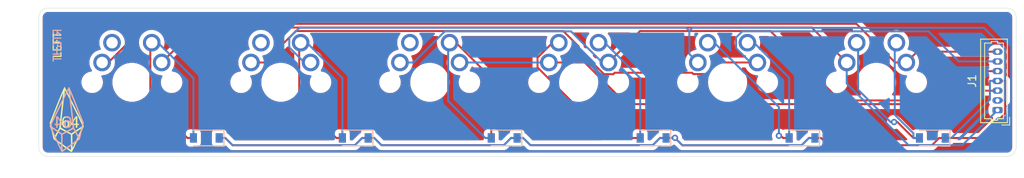
<source format=kicad_pcb>
(kicad_pcb (version 20211014) (generator pcbnew)
  (layers (0 "F.Cu" signal) (31 "B.Cu" signal) (34 "B.Paste" user) (35 "F.Paste" user) (36 "B.SilkS" user "B.Silkscreen") (37 "F.SilkS" user "F.Silkscreen") (38 "B.Mask" user) (39 "F.Mask" user) (44 "Edge.Cuts" user))
  (net 0 "")
  (net 1 "ROW_0")
  (net 2 "Net-(D1-Pad2)")
  (net 3 "Net-(D2-Pad2)")
  (net 4 "Net-(D3-Pad2)")
  (net 5 "COL_0")
  (net 6 "COL_1")
  (net 7 "COL_2")
  (net 8 "COL_3")
  (net 9 "COL_4")
  (net 10 "COL_5")
  (net 11 "Net-(D10-Pad2)")
  (net 12 "Net-(D11-Pad2)")
  (net 13 "Net-(D12-Pad2)")
  (net 14 "Net-(D4-Pad2)")
  (net 15 "Net-(D5-Pad2)")
  (net 16 "Net-(D6-Pad2)")
  (net 17 "Net-(D7-Pad2)")
  (net 18 "Net-(D8-Pad2)")
  (net 19 "Net-(D9-Pad2)")
  (footprint "Diode_SMD:D_SOD-123" (layer "F.Cu") (at 45.2438 58.3406 180)
    (fp_text reference "D7" hide)
    (fp_text value "D_Small")
    (pad "1" smd rect locked (at -1.65 0 180) (size 0.9 1.2) (layers "F.Cu" "F.Paste" "F.Mask") (net 1 "ROW_0"))
    (pad "2" smd rect locked (at 1.65 0 180) (size 0.9 1.2) (layers "F.Cu" "F.Paste" "F.Mask") (net 2 "Net-(D1-Pad2)"))
  )
  (footprint "Diode_SMD:D_SOD-123" (layer "F.Cu") (at 64.2938 58.3406 180)
    (fp_text reference "D8" hide)
    (fp_text value "D_Small")
    (pad "1" smd rect locked (at -1.65 0 180) (size 0.9 1.2) (layers "F.Cu" "F.Paste" "F.Mask") (net 1 "ROW_0"))
    (pad "2" smd rect locked (at 1.65 0 180) (size 0.9 1.2) (layers "F.Cu" "F.Paste" "F.Mask") (net 3 "Net-(D2-Pad2)"))
  )
  (footprint "Diode_SMD:D_SOD-123" (layer "F.Cu") (at 83.3438 58.3406 180)
    (fp_text reference "D9" hide)
    (fp_text value "D_Small")
    (pad "1" smd rect locked (at -1.65 0 180) (size 0.9 1.2) (layers "F.Cu" "F.Paste" "F.Mask") (net 1 "ROW_0"))
    (pad "2" smd rect locked (at 1.65 0 180) (size 0.9 1.2) (layers "F.Cu" "F.Paste" "F.Mask") (net 4 "Net-(D3-Pad2)"))
  )
  (footprint "Diode_SMD:D_SOD-123" (layer "F.Cu") (at 102.394 58.3406 180)
    (fp_text reference "D10" hide)
    (fp_text value "D_Small")
    (pad "1" smd rect locked (at -1.65 0 180) (size 0.9 1.2) (layers "F.Cu" "F.Paste" "F.Mask") (net 1 "ROW_0"))
    (pad "2" smd rect locked (at 1.65 0 180) (size 0.9 1.2) (layers "F.Cu" "F.Paste" "F.Mask") (net 11 "Net-(D10-Pad2)"))
  )
  (footprint "Diode_SMD:D_SOD-123" (layer "F.Cu") (at 138.112 58.3406 180)
    (fp_text reference "D12" hide)
    (fp_text value "D_Small")
    (pad "1" smd rect locked (at -1.65 0 180) (size 0.9 1.2) (layers "F.Cu" "F.Paste" "F.Mask") (net 1 "ROW_0"))
    (pad "2" smd rect locked (at 1.65 0 180) (size 0.9 1.2) (layers "F.Cu" "F.Paste" "F.Mask") (net 13 "Net-(D12-Pad2)"))
  )
  (footprint "Diode_SMD:D_SOD-123" (layer "F.Cu") (at 121.444 58.3406 180)
    (fp_text reference "D11" hide)
    (fp_text value "D_Small")
    (pad "1" smd rect locked (at -1.65 0 180) (size 0.9 1.2) (layers "F.Cu" "F.Paste" "F.Mask") (net 1 "ROW_0"))
    (pad "2" smd rect locked (at 1.65 0 180) (size 0.9 1.2) (layers "F.Cu" "F.Paste" "F.Mask") (net 12 "Net-(D11-Pad2)"))
  )
  (footprint "logo:q64logo" (layer "F.Cu") (at 27.384375 55.959375)
    (fp_text reference "G01" hide)
    (fp_text value "LOGO" hide)
  )
  (footprint "Connector_Molex:Molex_PicoBlade_53047-0710_1x07_P1.25mm_Vertical" (layer "F.Cu") (at 146.447 54.7688 90)
    (fp_text reference "J1" (at 3.75 -3.25 90) (layer "F.SilkS"))
    (fp_text value "Conn_01x07")
    (pad "1" thru_hole roundrect locked (at 0 0 90) (size 0.8 1.3) (drill 0.5) (layers *.Cu *.Mask) (net 10 "COL_5"))
    (pad "2" thru_hole oval locked (at 1.25 0 90) (size 0.8 1.3) (drill 0.5) (layers *.Cu *.Mask) (net 9 "COL_4"))
    (pad "3" thru_hole oval locked (at 2.5 0 90) (size 0.8 1.3) (drill 0.5) (layers *.Cu *.Mask) (net 8 "COL_3"))
    (pad "4" thru_hole oval locked (at 3.75 0 90) (size 0.8 1.3) (drill 0.5) (layers *.Cu *.Mask) (net 1 "ROW_0"))
    (pad "5" thru_hole oval locked (at 5 0 90) (size 0.8 1.3) (drill 0.5) (layers *.Cu *.Mask) (net 7 "COL_2"))
    (pad "6" thru_hole oval locked (at 6.25 0 90) (size 0.8 1.3) (drill 0.5) (layers *.Cu *.Mask) (net 6 "COL_1"))
    (pad "7" thru_hole oval locked (at 7.5 0 90) (size 0.8 1.3) (drill 0.5) (layers *.Cu *.Mask) (net 5 "COL_0"))
  )
  (footprint "fp-ai03:MXOnly-1U-NoLED" (layer "F.Cu") (at 54.7688 51.1969)
    (fp_text reference "K2")
    (fp_text value "KEYSW")
    (pad "" np_thru_hole circle locked (at 5.08 0 48.0996) (size 1.75 1.75) (drill 1.75) (layers *.Cu *.Mask))
    (pad "" np_thru_hole circle locked (at -5.08 0 48.0996) (size 1.75 1.75) (drill 1.75) (layers *.Cu *.Mask))
    (pad "" np_thru_hole circle locked (at 0 0) (size 3.9878 3.9878) (drill 3.9878) (layers *.Cu *.Mask))
    (pad "1" thru_hole circle locked (at -3.81 -2.54) (size 2.25 2.25) (drill 1.47) (layers *.Cu "B.Mask") (net 6 "COL_1"))
    (pad "2" thru_hole circle locked (at 2.54 -5.08) (size 2.25 2.25) (drill 1.47) (layers *.Cu "B.Mask") (net 3 "Net-(D2-Pad2)"))
  )
  (footprint "fp-ai03:MXOnly-1U-NoLED" (layer "F.Cu") (at 73.8188 51.1969)
    (fp_text reference "K3")
    (fp_text value "KEYSW")
    (pad "" np_thru_hole circle locked (at 0 0) (size 3.9878 3.9878) (drill 3.9878) (layers *.Cu *.Mask))
    (pad "" np_thru_hole circle locked (at -5.08 0 48.0996) (size 1.75 1.75) (drill 1.75) (layers *.Cu *.Mask))
    (pad "" np_thru_hole circle locked (at 5.08 0 48.0996) (size 1.75 1.75) (drill 1.75) (layers *.Cu *.Mask))
    (pad "1" thru_hole circle locked (at -3.81 -2.54) (size 2.25 2.25) (drill 1.47) (layers *.Cu "B.Mask") (net 7 "COL_2"))
    (pad "2" thru_hole circle locked (at 2.54 -5.08) (size 2.25 2.25) (drill 1.47) (layers *.Cu "B.Mask") (net 4 "Net-(D3-Pad2)"))
  )
  (footprint "fp-ai03:MXOnly-1U-NoLED" (layer "F.Cu") (at 92.8688 51.1969)
    (fp_text reference "K4")
    (fp_text value "KEYSW")
    (pad "" np_thru_hole circle locked (at -5.08 0 48.0996) (size 1.75 1.75) (drill 1.75) (layers *.Cu *.Mask))
    (pad "" np_thru_hole circle locked (at 5.08 0 48.0996) (size 1.75 1.75) (drill 1.75) (layers *.Cu *.Mask))
    (pad "" np_thru_hole circle locked (at 0 0) (size 3.9878 3.9878) (drill 3.9878) (layers *.Cu *.Mask))
    (pad "1" thru_hole circle locked (at -3.81 -2.54) (size 2.25 2.25) (drill 1.47) (layers *.Cu "B.Mask") (net 8 "COL_3"))
    (pad "2" thru_hole circle locked (at 2.54 -5.08) (size 2.25 2.25) (drill 1.47) (layers *.Cu "B.Mask") (net 14 "Net-(D4-Pad2)"))
  )
  (footprint "fp-ai03:MXOnly-1U-NoLED" (layer "F.Cu") (at 111.919 51.1969)
    (fp_text reference "K5")
    (fp_text value "KEYSW")
    (pad "" np_thru_hole circle locked (at 0 0) (size 3.9878 3.9878) (drill 3.9878) (layers *.Cu *.Mask))
    (pad "" np_thru_hole circle locked (at 5.08 0 48.0996) (size 1.75 1.75) (drill 1.75) (layers *.Cu *.Mask))
    (pad "" np_thru_hole circle locked (at -5.08 0 48.0996) (size 1.75 1.75) (drill 1.75) (layers *.Cu *.Mask))
    (pad "1" thru_hole circle locked (at -3.81 -2.54) (size 2.25 2.25) (drill 1.47) (layers *.Cu "B.Mask") (net 9 "COL_4"))
    (pad "2" thru_hole circle locked (at 2.54 -5.08) (size 2.25 2.25) (drill 1.47) (layers *.Cu "B.Mask") (net 15 "Net-(D5-Pad2)"))
  )
  (footprint "fp-ai03:MXOnly-1U-NoLED" (layer "F.Cu") (at 130.969 51.1969)
    (fp_text reference "K6")
    (fp_text value "KEYSW")
    (pad "" np_thru_hole circle locked (at 0 0) (size 3.9878 3.9878) (drill 3.9878) (layers *.Cu *.Mask))
    (pad "" np_thru_hole circle locked (at -5.08 0 48.0996) (size 1.75 1.75) (drill 1.75) (layers *.Cu *.Mask))
    (pad "" np_thru_hole circle locked (at 5.08 0 48.0996) (size 1.75 1.75) (drill 1.75) (layers *.Cu *.Mask))
    (pad "1" thru_hole circle locked (at -3.81 -2.54) (size 2.25 2.25) (drill 1.47) (layers *.Cu "B.Mask") (net 10 "COL_5"))
    (pad "2" thru_hole circle locked (at 2.54 -5.08) (size 2.25 2.25) (drill 1.47) (layers *.Cu "B.Mask") (net 16 "Net-(D6-Pad2)"))
  )
  (footprint "fp-ai03:MXOnly-1U-NoLED" (layer "F.Cu") (at 35.7188 51.1969)
    (fp_text reference "K1")
    (fp_text value "KEYSW")
    (pad "" np_thru_hole circle locked (at 0 0) (size 3.9878 3.9878) (drill 3.9878) (layers *.Cu *.Mask))
    (pad "" np_thru_hole circle locked (at 5.08 0 48.0996) (size 1.75 1.75) (drill 1.75) (layers *.Cu *.Mask))
    (pad "" np_thru_hole circle locked (at -5.08 0 48.0996) (size 1.75 1.75) (drill 1.75) (layers *.Cu *.Mask))
    (pad "1" thru_hole circle locked (at -3.81 -2.54) (size 2.25 2.25) (drill 1.47) (layers *.Cu "B.Mask") (net 5 "COL_0"))
    (pad "2" thru_hole circle locked (at 2.54 -5.08) (size 2.25 2.25) (drill 1.47) (layers *.Cu "B.Mask") (net 2 "Net-(D1-Pad2)"))
  )
  (footprint "Diode_SMD:D_SOD-123" (layer "B.Cu") (at 45.2438 58.3406 180)
    (fp_text reference "D1" hide)
    (fp_text value "D_Small")
    (pad "1" smd rect locked (at -1.65 0 180) (size 0.9 1.2) (layers "B.Cu" "B.Paste" "B.Mask") (net 1 "ROW_0"))
    (pad "2" smd rect locked (at 1.65 0 180) (size 0.9 1.2) (layers "B.Cu" "B.Paste" "B.Mask") (net 2 "Net-(D1-Pad2)"))
  )
  (footprint "Diode_SMD:D_SOD-123" (layer "B.Cu") (at 64.2938 58.3406 180)
    (fp_text reference "D2" hide)
    (fp_text value "D_Small")
    (pad "1" smd rect locked (at -1.65 0 180) (size 0.9 1.2) (layers "B.Cu" "B.Paste" "B.Mask") (net 1 "ROW_0"))
    (pad "2" smd rect locked (at 1.65 0 180) (size 0.9 1.2) (layers "B.Cu" "B.Paste" "B.Mask") (net 3 "Net-(D2-Pad2)"))
  )
  (footprint "Diode_SMD:D_SOD-123" (layer "B.Cu") (at 102.394 58.3406 180)
    (fp_text reference "D4" hide)
    (fp_text value "D_Small")
    (pad "1" smd rect locked (at -1.65 0 180) (size 0.9 1.2) (layers "B.Cu" "B.Paste" "B.Mask") (net 1 "ROW_0"))
    (pad "2" smd rect locked (at 1.65 0 180) (size 0.9 1.2) (layers "B.Cu" "B.Paste" "B.Mask") (net 14 "Net-(D4-Pad2)"))
  )
  (footprint "Diode_SMD:D_SOD-123" (layer "B.Cu") (at 138.112 58.3406 180)
    (fp_text reference "D6" hide)
    (fp_text value "D_Small")
    (pad "1" smd rect locked (at -1.65 0 180) (size 0.9 1.2) (layers "B.Cu" "B.Paste" "B.Mask") (net 1 "ROW_0"))
    (pad "2" smd rect locked (at 1.65 0 180) (size 0.9 1.2) (layers "B.Cu" "B.Paste" "B.Mask") (net 16 "Net-(D6-Pad2)"))
  )
  (footprint "Diode_SMD:D_SOD-123" (layer "B.Cu") (at 121.444 58.3406 180)
    (fp_text reference "D5" hide)
    (fp_text value "D_Small")
    (pad "1" smd rect locked (at -1.65 0 180) (size 0.9 1.2) (layers "B.Cu" "B.Paste" "B.Mask") (net 1 "ROW_0"))
    (pad "2" smd rect locked (at 1.65 0 180) (size 0.9 1.2) (layers "B.Cu" "B.Paste" "B.Mask") (net 15 "Net-(D5-Pad2)"))
  )
  (footprint "Diode_SMD:D_SOD-123" (layer "B.Cu") (at 83.3438 58.3406 180)
    (fp_text reference "D3" hide)
    (fp_text value "D_Small")
    (pad "1" smd rect locked (at -1.65 0 180) (size 0.9 1.2) (layers "B.Cu" "B.Paste" "B.Mask") (net 1 "ROW_0"))
    (pad "2" smd rect locked (at 1.65 0 180) (size 0.9 1.2) (layers "B.Cu" "B.Paste" "B.Mask") (net 4 "Net-(D3-Pad2)"))
  )
  (footprint "logo:q64logo" (layer "B.Cu") (at 27.384375 55.959375 180)
    (fp_text reference "G02" hide)
    (fp_text value "LOGO" hide)
  )
  (footprint "misc:MXOnly-1U-NoLED-twin" (layer "B.Cu") (at 35.7188 51.1969 180)
    (fp_text reference "K7")
    (fp_text value "KEYSW")
    (pad "1" thru_hole circle locked (at -3.81 2.54 180) (size 2.25 2.25) (drill 1.47) (layers *.Cu "F.Mask") (net 10 "COL_5"))
    (pad "2" thru_hole circle locked (at 2.54 5.08 180) (size 2.25 2.25) (drill 1.47) (layers *.Cu "F.Mask") (net 17 "Net-(D7-Pad2)"))
  )
  (footprint "misc:MXOnly-1U-NoLED-twin" (layer "B.Cu") (at 54.7688 51.1969 180)
    (fp_text reference "K8")
    (fp_text value "KEYSW")
    (pad "1" thru_hole circle locked (at -3.81 2.54 180) (size 2.25 2.25) (drill 1.47) (layers *.Cu "F.Mask") (net 9 "COL_4"))
    (pad "2" thru_hole circle locked (at 2.54 5.08 180) (size 2.25 2.25) (drill 1.47) (layers *.Cu "F.Mask") (net 18 "Net-(D8-Pad2)"))
  )
  (footprint "misc:MXOnly-1U-NoLED-twin" (layer "B.Cu") (at 73.8188 51.1969 180)
    (fp_text reference "K9")
    (fp_text value "KEYSW")
    (pad "1" thru_hole circle locked (at -3.81 2.54 180) (size 2.25 2.25) (drill 1.47) (layers *.Cu "F.Mask") (net 8 "COL_3"))
    (pad "2" thru_hole circle locked (at 2.54 5.08 180) (size 2.25 2.25) (drill 1.47) (layers *.Cu "F.Mask") (net 19 "Net-(D9-Pad2)"))
  )
  (footprint "misc:MXOnly-1U-NoLED-twin" (layer "B.Cu") (at 92.8688 51.1969 180)
    (fp_text reference "K10")
    (fp_text value "KEYSW")
    (pad "1" thru_hole circle locked (at -3.81 2.54 180) (size 2.25 2.25) (drill 1.47) (layers *.Cu "F.Mask") (net 7 "COL_2"))
    (pad "2" thru_hole circle locked (at 2.54 5.08 180) (size 2.25 2.25) (drill 1.47) (layers *.Cu "F.Mask") (net 11 "Net-(D10-Pad2)"))
  )
  (footprint "misc:MXOnly-1U-NoLED-twin" (layer "B.Cu") (at 111.919 51.1969 180)
    (fp_text reference "K11")
    (fp_text value "KEYSW")
    (pad "1" thru_hole circle locked (at -3.81 2.54 180) (size 2.25 2.25) (drill 1.47) (layers *.Cu "F.Mask") (net 6 "COL_1"))
    (pad "2" thru_hole circle locked (at 2.54 5.08 180) (size 2.25 2.25) (drill 1.47) (layers *.Cu "F.Mask") (net 12 "Net-(D11-Pad2)"))
  )
  (footprint "misc:MXOnly-1U-NoLED-twin" (layer "B.Cu") (at 130.969 51.1969 180)
    (fp_text reference "K12")
    (fp_text value "KEYSW")
    (pad "1" thru_hole circle locked (at -3.81 2.54 180) (size 2.25 2.25) (drill 1.47) (layers *.Cu "F.Mask") (net 5 "COL_0"))
    (pad "2" thru_hole circle locked (at 2.54 5.08 180) (size 2.25 2.25) (drill 1.47) (layers *.Cu "F.Mask") (net 13 "Net-(D12-Pad2)"))
  )
  (gr_arc (start 25.003125 60.721875) (mid 24.161226 60.373149) (end 23.8125 59.53125) (layer "Edge.Cuts") (width 0.05))
  (gr_line (start 25.003125 41.671875) (end 147.6375 41.671875) (layer "Edge.Cuts") (width 0.05))
  (gr_arc (start 148.828125 59.53125) (mid 148.479399 60.373149) (end 147.6375 60.721875) (layer "Edge.Cuts") (width 0.05))
  (gr_line (start 23.8125 42.8625) (end 23.8125 59.53125) (layer "Edge.Cuts") (width 0.05))
  (gr_line (start 148.828125 42.8625) (end 148.828125 59.53125) (layer "Edge.Cuts") (width 0.05))
  (gr_arc (start 23.8125 42.8625) (mid 24.161226 42.020601) (end 25.003125 41.671875) (layer "Edge.Cuts") (width 0.05))
  (gr_arc (start 147.6375 41.671875) (mid 148.479399 42.020601) (end 148.828125 42.8625) (layer "Edge.Cuts") (width 0.05))
  (gr_line (start 25.003125 60.721875) (end 147.6375 60.721875) (layer "Edge.Cuts") (width 0.05))
  (gr_text "RIGHT" (at 26.19375 46.434375 90) (layer "B.SilkS") (effects (font (size 1 1)) (justify mirror)))
  (gr_text "LEFT" (at 26.19375 46.434375 90) (layer "F.SilkS") (effects (font (size 1 1))))
  (segment (start 139.762 58.3406) (end 138.9867 58.3406) (width 0.25) (layer "F.Cu") (net 1))
  (segment (start 138.0614 59.2659) (end 124.7946 59.2659) (width 0.25) (layer "F.Cu") (net 1))
  (segment (start 146.447 51.0188) (end 147.4223 51.0188) (width 0.25) (layer "F.Cu") (net 1))
  (segment (start 65.5562 58.3406) (end 65.9438 58.3406) (width 0.25) (layer "F.Cu") (net 1))
  (segment (start 86.6945 59.266) (end 102.3433 59.266) (width 0.25) (layer "F.Cu") (net 1))
  (segment (start 147.4242 51.0207) (end 147.4242 55.185) (width 0.25) (layer "F.Cu") (net 1))
  (segment (start 64.2383 59.2708) (end 48.5993 59.2708) (width 0.25) (layer "F.Cu") (net 1))
  (segment (start 104.044 58.3406) (end 104.8193 58.3406) (width 0.25) (layer "F.Cu") (net 1))
  (segment (start 65.1685 58.3406) (end 64.2383 59.2708) (width 0.25) (layer "F.Cu") (net 1))
  (segment (start 102.3433 59.266) (end 103.2687 58.3406) (width 0.25) (layer "F.Cu") (net 1))
  (segment (start 85.7691 58.3406) (end 86.6945 59.266) (width 0.25) (layer "F.Cu") (net 1))
  (segment (start 66.7191 58.3406) (end 67.6445 59.266) (width 0.25) (layer "F.Cu") (net 1))
  (segment (start 83.2931 59.266) (end 84.2185 58.3406) (width 0.25) (layer "F.Cu") (net 1))
  (segment (start 123.094 58.3406) (end 123.8693 58.3406) (width 0.25) (layer "F.Cu") (net 1))
  (segment (start 121.3756 59.2837) (end 106.1329 59.2837) (width 0.25) (layer "F.Cu") (net 1))
  (segment (start 84.6062 58.3406) (end 84.9938 58.3406) (width 0.25) (layer "F.Cu") (net 1))
  (segment (start 124.7946 59.2659) (end 123.8693 58.3406) (width 0.25) (layer "F.Cu") (net 1))
  (segment (start 84.6062 58.3406) (end 84.2185 58.3406) (width 0.25) (layer "F.Cu") (net 1))
  (segment (start 84.9938 58.3406) (end 85.7691 58.3406) (width 0.25) (layer "F.Cu") (net 1))
  (segment (start 105.1898 58.3406) (end 105.1898 58.3193) (width 0.25) (layer "F.Cu") (net 1))
  (segment (start 48.5993 59.2708) (end 47.6691 58.3406) (width 0.25) (layer "F.Cu") (net 1))
  (segment (start 147.4223 51.0188) (end 147.4242 51.0207) (width 0.25) (layer "F.Cu") (net 1))
  (segment (start 147.4242 55.185) (end 144.2686 58.3406) (width 0.25) (layer "F.Cu") (net 1))
  (segment (start 106.1329 59.2837) (end 105.1898 58.3406) (width 0.25) (layer "F.Cu") (net 1))
  (segment (start 65.9438 58.3406) (end 66.7191 58.3406) (width 0.25) (layer "F.Cu") (net 1))
  (segment (start 65.5562 58.3406) (end 65.1685 58.3406) (width 0.25) (layer "F.Cu") (net 1))
  (segment (start 104.044 58.3406) (end 103.2687 58.3406) (width 0.25) (layer "F.Cu") (net 1))
  (segment (start 105.1898 58.3406) (end 104.8193 58.3406) (width 0.25) (layer "F.Cu") (net 1))
  (segment (start 144.2686 58.3406) (end 139.762 58.3406) (width 0.25) (layer "F.Cu") (net 1))
  (segment (start 122.3187 58.3406) (end 121.3756 59.2837) (width 0.25) (layer "F.Cu") (net 1))
  (segment (start 67.6445 59.266) (end 83.2931 59.266) (width 0.25) (layer "F.Cu") (net 1))
  (segment (start 46.8938 58.3406) (end 47.6691 58.3406) (width 0.25) (layer "F.Cu") (net 1))
  (segment (start 123.094 58.3406) (end 122.3187 58.3406) (width 0.25) (layer "F.Cu") (net 1))
  (segment (start 138.9867 58.3406) (end 138.0614 59.2659) (width 0.25) (layer "F.Cu") (net 1))
  (via (at 105.1898 58.3193) (size 0.8) (drill 0.4) (layers "F.Cu" "B.Cu") (net 1))
  (segment (start 67.6445 59.266) (end 83.2931 59.266) (width 0.25) (layer "B.Cu") (net 1))
  (segment (start 65.1685 58.3406) (end 64.2383 59.2708) (width 0.25) (layer "B.Cu") (net 1))
  (segment (start 145.4717 53.4062) (end 140.5373 58.3406) (width 0.25) (layer "B.Cu") (net 1))
  (segment (start 86.6945 59.266) (end 85.7691 58.3406) (width 0.25) (layer "B.Cu") (net 1))
  (segment (start 106.1365 59.266) (end 121.3933 59.266) (width 0.25) (layer "B.Cu") (net 1))
  (segment (start 66.7191 58.3406) (end 67.6445 59.266) (width 0.25) (layer "B.Cu") (net 1))
  (segment (start 105.1898 58.3193) (end 106.1365 59.266) (width 0.25) (layer "B.Cu") (net 1))
  (segment (start 84.9938 58.3406) (end 85.7691 58.3406) (width 0.25) (layer "B.Cu") (net 1))
  (segment (start 104.044 58.3406) (end 104.8193 58.3406) (width 0.25) (layer "B.Cu") (net 1))
  (segment (start 66.3315 58.3406) (end 66.7191 58.3406) (width 0.25) (layer "B.Cu") (net 1))
  (segment (start 103.2687 58.3406) (end 102.3433 59.266) (width 0.25) (layer "B.Cu") (net 1))
  (segment (start 146.447 51.0188) (end 145.4717 51.0188) (width 0.25) (layer "B.Cu") (net 1))
  (segment (start 103.6564 58.3406) (end 104.044 58.3406) (width 0.25) (layer "B.Cu") (net 1))
  (segment (start 65.9438 58.3406) (end 65.1685 58.3406) (width 0.25) (layer "B.Cu") (net 1))
  (segment (start 64.2383 59.2708) (end 48.5993 59.2708) (width 0.25) (layer "B.Cu") (net 1))
  (segment (start 103.6564 58.3406) (end 103.2687 58.3406) (width 0.25) (layer "B.Cu") (net 1))
  (segment (start 83.2931 59.266) (end 84.2185 58.3406) (width 0.25) (layer "B.Cu") (net 1))
  (segment (start 84.9938 58.3406) (end 84.2185 58.3406) (width 0.25) (layer "B.Cu") (net 1))
  (segment (start 104.8193 58.3406) (end 104.8406 58.3193) (width 0.25) (layer "B.Cu") (net 1))
  (segment (start 46.8938 58.3406) (end 47.6691 58.3406) (width 0.25) (layer "B.Cu") (net 1))
  (segment (start 104.8406 58.3193) (end 105.1898 58.3193) (width 0.25) (layer "B.Cu") (net 1))
  (segment (start 145.4717 51.0188) (end 145.4717 53.4062) (width 0.25) (layer "B.Cu") (net 1))
  (segment (start 48.5993 59.2708) (end 47.6691 58.3406) (width 0.25) (layer "B.Cu") (net 1))
  (segment (start 123.094 58.3406) (end 122.3187 58.3406) (width 0.25) (layer "B.Cu") (net 1))
  (segment (start 102.3433 59.266) (end 86.6945 59.266) (width 0.25) (layer "B.Cu") (net 1))
  (segment (start 66.3315 58.3406) (end 65.9438 58.3406) (width 0.25) (layer "B.Cu") (net 1))
  (segment (start 121.3933 59.266) (end 122.3187 58.3406) (width 0.25) (layer "B.Cu") (net 1))
  (segment (start 139.762 58.3406) (end 140.5373 58.3406) (width 0.25) (layer "B.Cu") (net 1))
  (segment (start 43.5938 58.3406) (end 42.8185 58.3406) (width 0.25) (layer "F.Cu") (net 2))
  (segment (start 38.0728 53.5949) (end 42.8185 58.3406) (width 0.25) (layer "F.Cu") (net 2))
  (segment (start 38.2588 46.1169) (end 38.0728 46.3029) (width 0.25) (layer "F.Cu") (net 2))
  (segment (start 38.0728 46.3029) (end 38.0728 53.5949) (width 0.25) (layer "F.Cu") (net 2))
  (segment (start 43.5938 50.6582) (end 43.5938 58.3406) (width 0.25) (layer "B.Cu") (net 2))
  (segment (start 38.2588 46.1169) (end 39.0525 46.1169) (width 0.25) (layer "B.Cu") (net 2))
  (segment (start 39.0525 46.1169) (end 43.5938 50.6582) (width 0.25) (layer "B.Cu") (net 2))
  (segment (start 57.3088 46.1169) (end 57.1208 46.3049) (width 0.25) (layer "F.Cu") (net 3))
  (segment (start 57.1208 46.3049) (end 57.1208 53.5929) (width 0.25) (layer "F.Cu") (net 3))
  (segment (start 57.1208 53.5929) (end 61.8685 58.3406) (width 0.25) (layer "F.Cu") (net 3))
  (segment (start 62.6438 58.3406) (end 61.8685 58.3406) (width 0.25) (layer "F.Cu") (net 3))
  (segment (start 62.6438 50.6633) (end 62.6438 58.3406) (width 0.25) (layer "B.Cu") (net 3))
  (segment (start 58.0974 46.1169) (end 62.6438 50.6633) (width 0.25) (layer "B.Cu") (net 3))
  (segment (start 57.3088 46.1169) (end 58.0974 46.1169) (width 0.25) (layer "B.Cu") (net 3))
  (segment (start 81.6938 50.6438) (end 81.6938 58.3406) (width 0.25) (layer "F.Cu") (net 4))
  (segment (start 77.1669 46.1169) (end 81.6938 50.6438) (width 0.25) (layer "F.Cu") (net 4))
  (segment (start 76.3588 46.1169) (end 77.1669 46.1169) (width 0.25) (layer "F.Cu") (net 4))
  (segment (start 76.3588 46.1169) (end 76.1724 46.3033) (width 0.25) (layer "B.Cu") (net 4))
  (segment (start 76.1724 46.3033) (end 76.1724 53.5945) (width 0.25) (layer "B.Cu") (net 4))
  (segment (start 76.1724 53.5945) (end 80.9185 58.3406) (width 0.25) (layer "B.Cu") (net 4))
  (segment (start 81.6938 58.3406) (end 80.9185 58.3406) (width 0.25) (layer "B.Cu") (net 4))
  (segment (start 133.361 48.6569) (end 134.779 48.6569) (width 0.25) (layer "F.Cu") (net 5))
  (segment (start 136.1671 47.2688) (end 146.447 47.2688) (width 0.25) (layer "F.Cu") (net 5))
  (segment (start 134.779 48.6569) (end 136.1671 47.2688) (width 0.25) (layer "F.Cu") (net 5))
  (segment (start 31.9088 48.6569) (end 32.7035 48.6569) (width 0.25) (layer "F.Cu") (net 5))
  (segment (start 32.7035 48.6569) (end 37.6647 43.6957) (width 0.25) (layer "F.Cu") (net 5))
  (segment (start 128.3998 43.6957) (end 133.361 48.6569) (width 0.25) (layer "F.Cu") (net 5))
  (segment (start 37.6647 43.6957) (end 128.3998 43.6957) (width 0.25) (layer "F.Cu") (net 5))
  (segment (start 107.368 49.967) (end 97.4811 49.967) (width 0.25) (layer "F.Cu") (net 6))
  (segment (start 110.7271 48.6569) (end 109.2472 50.1368) (width 0.25) (layer "F.Cu") (net 6))
  (segment (start 92.8689 46.5956) (end 90.8961 44.6228) (width 0.25) (layer "F.Cu") (net 6))
  (segment (start 109.2472 50.1368) (end 107.5378 50.1368) (width 0.25) (layer "F.Cu") (net 6))
  (segment (start 92.8689 46.9113) (end 92.8689 46.5956) (width 0.25) (layer "F.Cu") (net 6))
  (segment (start 97.4811 49.967) (end 97.2926 50.1555) (width 0.25) (layer "F.Cu") (net 6))
  (segment (start 90.8961 44.6228) (end 56.6885 44.6228) (width 0.25) (layer "F.Cu") (net 6))
  (segment (start 97.2926 50.1555) (end 96.1131 50.1555) (width 0.25) (layer "F.Cu") (net 6))
  (segment (start 96.1131 50.1555) (end 92.8689 46.9113) (width 0.25) (layer "F.Cu") (net 6))
  (segment (start 115.729 48.6569) (end 110.7271 48.6569) (width 0.25) (layer "F.Cu") (net 6))
  (segment (start 107.5378 50.1368) (end 107.368 49.967) (width 0.25) (layer "F.Cu") (net 6))
  (segment (start 52.6544 48.6569) (end 50.9588 48.6569) (width 0.25) (layer "F.Cu") (net 6))
  (segment (start 56.6885 44.6228) (end 52.6544 48.6569) (width 0.25) (layer "F.Cu") (net 6))
  (segment (start 141.4739 48.5188) (end 146.447 48.5188) (width 0.25) (layer "B.Cu") (net 6))
  (segment (start 137.6132 44.6581) (end 141.4739 48.5188) (width 0.25) (layer "B.Cu") (net 6))
  (segment (start 114.8496 48.6569) (end 113.0027 46.81) (width 0.25) (layer "B.Cu") (net 6))
  (segment (start 113.0027 46.81) (end 113.0027 45.4603) (width 0.25) (layer "B.Cu") (net 6))
  (segment (start 115.729 48.6569) (end 114.8496 48.6569) (width 0.25) (layer "B.Cu") (net 6))
  (segment (start 113.0027 45.4603) (end 113.8049 44.6581) (width 0.25) (layer "B.Cu") (net 6))
  (segment (start 113.8049 44.6581) (end 137.6132 44.6581) (width 0.25) (layer "B.Cu") (net 6))
  (segment (start 117.393 44.623) (end 126.2905 53.5205) (width 0.25) (layer "F.Cu") (net 7))
  (segment (start 140.7795 53.5205) (end 144.5312 49.7688) (width 0.25) (layer "F.Cu") (net 7))
  (segment (start 96.6788 48.6569) (end 100.7127 44.623) (width 0.25) (layer "F.Cu") (net 7))
  (segment (start 100.7127 44.623) (end 117.393 44.623) (width 0.25) (layer "F.Cu") (net 7))
  (segment (start 144.5312 49.7688) (end 146.447 49.7688) (width 0.25) (layer "F.Cu") (net 7))
  (segment (start 126.2905 53.5205) (end 140.7795 53.5205) (width 0.25) (layer "F.Cu") (net 7))
  (segment (start 95.8842 48.6569) (end 91.8905 44.6632) (width 0.25) (layer "B.Cu") (net 7))
  (segment (start 91.8905 44.6632) (end 75.7427 44.6632) (width 0.25) (layer "B.Cu") (net 7))
  (segment (start 71.749 48.6569) (end 70.0088 48.6569) (width 0.25) (layer "B.Cu") (net 7))
  (segment (start 75.7427 44.6632) (end 71.749 48.6569) (width 0.25) (layer "B.Cu") (net 7))
  (segment (start 96.6788 48.6569) (end 95.8842 48.6569) (width 0.25) (layer "B.Cu") (net 7))
  (segment (start 93.6421 48.6569) (end 98.9828 53.9976) (width 0.25) (layer "F.Cu") (net 8))
  (segment (start 144.3193 52.2688) (end 146.447 52.2688) (width 0.25) (layer "F.Cu") (net 8))
  (segment (start 89.0588 48.6569) (end 93.6421 48.6569) (width 0.25) (layer "F.Cu") (net 8))
  (segment (start 142.5905 53.9976) (end 144.3193 52.2688) (width 0.25) (layer "F.Cu") (net 8))
  (segment (start 98.9828 53.9976) (end 142.5905 53.9976) (width 0.25) (layer "F.Cu") (net 8))
  (segment (start 77.6288 48.6569) (end 89.0588 48.6569) (width 0.25) (layer "B.Cu") (net 8))
  (segment (start 107.4204 44.2039) (end 107.0251 44.5992) (width 0.25) (layer "B.Cu") (net 9))
  (segment (start 106.6272 44.2013) (end 107.0251 44.5992) (width 0.25) (layer "B.Cu") (net 9))
  (segment (start 55.8506 46.7233) (end 55.8506 45.495) (width 0.25) (layer "B.Cu") (net 9))
  (segment (start 146.447 53.5188) (end 147.4223 53.5188) (width 0.25) (layer "B.Cu") (net 9))
  (segment (start 144.698 44.2039) (end 107.4204 44.2039) (width 0.25) (layer "B.Cu") (net 9))
  (segment (start 58.5788 48.6569) (end 57.7842 48.6569) (width 0.25) (layer "B.Cu") (net 9))
  (segment (start 57.7842 48.6569) (end 55.8506 46.7233) (width 0.25) (layer "B.Cu") (net 9))
  (segment (start 55.8506 45.495) (end 57.1443 44.2013) (width 0.25) (layer "B.Cu") (net 9))
  (segment (start 57.1443 44.2013) (end 106.6272 44.2013) (width 0.25) (layer "B.Cu") (net 9))
  (segment (start 147.4223 53.5188) (end 147.4223 46.9282) (width 0.25) (layer "B.Cu") (net 9))
  (segment (start 147.4223 46.9282) (end 144.698 44.2039) (width 0.25) (layer "B.Cu") (net 9))
  (segment (start 107.0251 47.573) (end 108.109 48.6569) (width 0.25) (layer "B.Cu") (net 9))
  (segment (start 107.0251 44.5992) (end 107.0251 47.573) (width 0.25) (layer "B.Cu") (net 9))
  (segment (start 122.6745 44.1724) (end 127.159 48.6569) (width 0.25) (layer "F.Cu") (net 10))
  (segment (start 44.0133 44.1724) (end 122.6745 44.1724) (width 0.25) (layer "F.Cu") (net 10))
  (segment (start 39.5288 48.6569) (end 44.0133 44.1724) (width 0.25) (layer "F.Cu") (net 10))
  (segment (start 135.07 59.266) (end 141.9498 59.266) (width 0.25) (layer "B.Cu") (net 10))
  (segment (start 127.159 51.355) (end 135.07 59.266) (width 0.25) (layer "B.Cu") (net 10))
  (segment (start 127.159 48.6569) (end 127.159 51.355) (width 0.25) (layer "B.Cu") (net 10))
  (segment (start 141.9498 59.266) (end 146.447 54.7688) (width 0.25) (layer "B.Cu") (net 10))
  (segment (start 90.3288 46.1169) (end 89.5249 46.1169) (width 0.25) (layer "F.Cu") (net 11))
  (segment (start 87.6049 49.2923) (end 96.6532 58.3406) (width 0.25) (layer "F.Cu") (net 11))
  (segment (start 87.6049 48.0369) (end 87.6049 49.2923) (width 0.25) (layer "F.Cu") (net 11))
  (segment (start 89.5249 46.1169) (end 87.6049 48.0369) (width 0.25) (layer "F.Cu") (net 11))
  (segment (start 96.6532 58.3406) (end 100.744 58.3406) (width 0.25) (layer "F.Cu") (net 11))
  (segment (start 118.7345 58.0564) (end 119.0187 58.3406) (width 0.25) (layer "F.Cu") (net 12))
  (segment (start 119.794 58.3406) (end 119.0187 58.3406) (width 0.25) (layer "F.Cu") (net 12))
  (segment (start 118.4843 58.0564) (end 118.7345 58.0564) (width 0.25) (layer "F.Cu") (net 12))
  (via (at 118.4843 58.0564) (size 0.8) (drill 0.4) (layers "F.Cu" "B.Cu") (net 12))
  (segment (start 118.4843 54.3798) (end 118.4843 58.0564) (width 0.25) (layer "B.Cu") (net 12))
  (segment (start 110.2214 46.1169) (end 118.4843 54.3798) (width 0.25) (layer "B.Cu") (net 12))
  (segment (start 109.379 46.1169) (end 110.2214 46.1169) (width 0.25) (layer "B.Cu") (net 12))
  (segment (start 133.6397 56.2936) (end 135.6867 58.3406) (width 0.25) (layer "F.Cu") (net 13))
  (segment (start 136.462 58.3406) (end 135.6867 58.3406) (width 0.25) (layer "F.Cu") (net 13))
  (segment (start 133.2138 56.2936) (end 133.6397 56.2936) (width 0.25) (layer "F.Cu") (net 13))
  (via (at 133.2138 56.2936) (size 0.8) (drill 0.4) (layers "F.Cu" "B.Cu") (net 13))
  (segment (start 128.429 46.1169) (end 128.6151 46.303) (width 0.25) (layer "B.Cu") (net 13))
  (segment (start 128.6151 52.1463) (end 132.7624 56.2936) (width 0.25) (layer "B.Cu") (net 13))
  (segment (start 128.6151 46.303) (end 128.6151 52.1463) (width 0.25) (layer "B.Cu") (net 13))
  (segment (start 132.7624 56.2936) (end 133.2138 56.2936) (width 0.25) (layer "B.Cu") (net 13))
  (segment (start 96.1947 46.1169) (end 100.744 50.6662) (width 0.25) (layer "B.Cu") (net 14))
  (segment (start 100.744 50.6662) (end 100.744 58.3406) (width 0.25) (layer "B.Cu") (net 14))
  (segment (start 95.4088 46.1169) (end 96.1947 46.1169) (width 0.25) (layer "B.Cu") (net 14))
  (segment (start 119.794 50.6199) (end 119.794 58.3406) (width 0.25) (layer "B.Cu") (net 15))
  (segment (start 114.459 46.1169) (end 115.291 46.1169) (width 0.25) (layer "B.Cu") (net 15))
  (segment (start 115.291 46.1169) (end 119.794 50.6199) (width 0.25) (layer "B.Cu") (net 15))
  (segment (start 133.3012 55.3552) (end 133.3012 46.3247) (width 0.25) (layer "B.Cu") (net 16))
  (segment (start 135.6867 57.7407) (end 133.3012 55.3552) (width 0.25) (layer "B.Cu") (net 16))
  (segment (start 136.462 58.3406) (end 135.6867 58.3406) (width 0.25) (layer "B.Cu") (net 16))
  (segment (start 135.6867 58.3406) (end 135.6867 57.7407) (width 0.25) (layer "B.Cu") (net 16))
  (segment (start 133.3012 46.3247) (end 133.509 46.1169) (width 0.25) (layer "B.Cu") (net 16))
  (zone (net 0) (net_name "") (layer "F.Cu") (connect_pads (clearance 0.508)) (min_thickness 0.254) (fill yes (thermal_gap 0.508) (thermal_bridge_width 0.508))
    (polygon (pts (xy 149.86 63.5) (xy 22.86 63.5) (xy 22.86 40.64) (xy 149.86 40.64)))
  )
  (zone (net 0) (net_name "") (layer "B.Cu") (connect_pads (clearance 0.508)) (min_thickness 0.254) (fill yes (thermal_gap 0.508) (thermal_bridge_width 0.508))
    (polygon (pts (xy 149.86 63.5) (xy 22.86 63.5) (xy 22.86 40.64) (xy 149.86 40.64)))
  )
)
</source>
